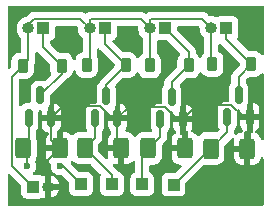
<source format=gbr>
%TF.GenerationSoftware,KiCad,Pcbnew,9.0.0*%
%TF.CreationDate,2025-06-16T15:16:05+05:00*%
%TF.ProjectId,dronemotordriver,64726f6e-656d-46f7-946f-726472697665,rev?*%
%TF.SameCoordinates,Original*%
%TF.FileFunction,Copper,L1,Top*%
%TF.FilePolarity,Positive*%
%FSLAX46Y46*%
G04 Gerber Fmt 4.6, Leading zero omitted, Abs format (unit mm)*
G04 Created by KiCad (PCBNEW 9.0.0) date 2025-06-16 15:16:05*
%MOMM*%
%LPD*%
G01*
G04 APERTURE LIST*
G04 Aperture macros list*
%AMRoundRect*
0 Rectangle with rounded corners*
0 $1 Rounding radius*
0 $2 $3 $4 $5 $6 $7 $8 $9 X,Y pos of 4 corners*
0 Add a 4 corners polygon primitive as box body*
4,1,4,$2,$3,$4,$5,$6,$7,$8,$9,$2,$3,0*
0 Add four circle primitives for the rounded corners*
1,1,$1+$1,$2,$3*
1,1,$1+$1,$4,$5*
1,1,$1+$1,$6,$7*
1,1,$1+$1,$8,$9*
0 Add four rect primitives between the rounded corners*
20,1,$1+$1,$2,$3,$4,$5,0*
20,1,$1+$1,$4,$5,$6,$7,0*
20,1,$1+$1,$6,$7,$8,$9,0*
20,1,$1+$1,$8,$9,$2,$3,0*%
G04 Aperture macros list end*
%TA.AperFunction,SMDPad,CuDef*%
%ADD10RoundRect,0.250000X-0.400000X-0.625000X0.400000X-0.625000X0.400000X0.625000X-0.400000X0.625000X0*%
%TD*%
%TA.AperFunction,SMDPad,CuDef*%
%ADD11RoundRect,0.150000X0.150000X-0.587500X0.150000X0.587500X-0.150000X0.587500X-0.150000X-0.587500X0*%
%TD*%
%TA.AperFunction,ComponentPad*%
%ADD12R,1.000000X1.000000*%
%TD*%
%TA.AperFunction,ComponentPad*%
%ADD13O,1.000000X1.000000*%
%TD*%
%TA.AperFunction,SMDPad,CuDef*%
%ADD14RoundRect,0.225000X-0.225000X-0.375000X0.225000X-0.375000X0.225000X0.375000X-0.225000X0.375000X0*%
%TD*%
%TA.AperFunction,ViaPad*%
%ADD15C,0.600000*%
%TD*%
%TA.AperFunction,Conductor*%
%ADD16C,0.200000*%
%TD*%
G04 APERTURE END LIST*
D10*
%TO.P,R3,1*%
%TO.N,Net-(J8-Pin_1)*%
X120500000Y-97025000D03*
%TO.P,R3,2*%
%TO.N,GND*%
X123600000Y-97025000D03*
%TD*%
%TO.P,R2,1*%
%TO.N,Net-(J7-Pin_1)*%
X115100000Y-97000000D03*
%TO.P,R2,2*%
%TO.N,GND*%
X118200000Y-97000000D03*
%TD*%
D11*
%TO.P,Q2,1,G*%
%TO.N,Net-(J7-Pin_1)*%
X115975000Y-94475000D03*
%TO.P,Q2,2,S*%
%TO.N,GND*%
X117875000Y-94475000D03*
%TO.P,Q2,3,D*%
%TO.N,Net-(D2-A)*%
X116925000Y-92600000D03*
%TD*%
D12*
%TO.P,+5V,1,Pin_1*%
%TO.N,/M+*%
X110700000Y-100275000D03*
D13*
%TO.P,+5V,2,Pin_2*%
%TO.N,GND*%
X111970000Y-100275000D03*
%TD*%
D10*
%TO.P,R1,1*%
%TO.N,Net-(J6-Pin_1)*%
X109875000Y-97025000D03*
%TO.P,R1,2*%
%TO.N,GND*%
X112975000Y-97025000D03*
%TD*%
D12*
%TO.P,J5,1,Pin_1*%
%TO.N,Net-(D4-A)*%
X127095000Y-86850000D03*
D13*
%TO.P,J5,2,Pin_2*%
%TO.N,/M+*%
X125825000Y-86850000D03*
%TD*%
D14*
%TO.P,D2,1,K*%
%TO.N,/M+*%
X115275000Y-89975000D03*
%TO.P,D2,2,A*%
%TO.N,Net-(D2-A)*%
X118575000Y-89975000D03*
%TD*%
D12*
%TO.P,J2,1,Pin_1*%
%TO.N,Net-(D1-A)*%
X111600000Y-86875000D03*
D13*
%TO.P,J2,2,Pin_2*%
%TO.N,/M+*%
X110330000Y-86875000D03*
%TD*%
D14*
%TO.P,D1,1,K*%
%TO.N,/M+*%
X109850000Y-90025000D03*
%TO.P,D1,2,A*%
%TO.N,Net-(D1-A)*%
X113150000Y-90025000D03*
%TD*%
D11*
%TO.P,Q3,1,G*%
%TO.N,Net-(J8-Pin_1)*%
X121500000Y-94525000D03*
%TO.P,Q3,2,S*%
%TO.N,GND*%
X123400000Y-94525000D03*
%TO.P,Q3,3,D*%
%TO.N,Net-(D3-A)*%
X122450000Y-92650000D03*
%TD*%
D12*
%TO.P,J4,1,Pin_1*%
%TO.N,Net-(D3-A)*%
X121895000Y-86875000D03*
D13*
%TO.P,J4,2,Pin_2*%
%TO.N,/M+*%
X120625000Y-86875000D03*
%TD*%
D12*
%TO.P,J3,1,Pin_1*%
%TO.N,Net-(D2-A)*%
X116800000Y-86875000D03*
D13*
%TO.P,J3,2,Pin_2*%
%TO.N,/M+*%
X115530000Y-86875000D03*
%TD*%
D12*
%TO.P,IN1,1,Pin_1*%
%TO.N,Net-(J6-Pin_1)*%
X114800000Y-100050000D03*
%TD*%
D14*
%TO.P,D3,1,K*%
%TO.N,/M+*%
X120600000Y-90000000D03*
%TO.P,D3,2,A*%
%TO.N,Net-(D3-A)*%
X123900000Y-90000000D03*
%TD*%
D10*
%TO.P,R4,1*%
%TO.N,Net-(J9-Pin_1)*%
X125775000Y-97050000D03*
%TO.P,R4,2*%
%TO.N,GND*%
X128875000Y-97050000D03*
%TD*%
D12*
%TO.P,IN3,1,Pin_1*%
%TO.N,Net-(J8-Pin_1)*%
X119975000Y-100075000D03*
%TD*%
%TO.P,IN4,1,Pin_1*%
%TO.N,Net-(J9-Pin_1)*%
X122625000Y-100100000D03*
%TD*%
D11*
%TO.P,Q4,1,G*%
%TO.N,Net-(J9-Pin_1)*%
X127175000Y-94375000D03*
%TO.P,Q4,2,S*%
%TO.N,GND*%
X129075000Y-94375000D03*
%TO.P,Q4,3,D*%
%TO.N,Net-(D4-A)*%
X128125000Y-92500000D03*
%TD*%
D12*
%TO.P,J7,1,Pin_1*%
%TO.N,Net-(J7-Pin_1)*%
X117400000Y-100050000D03*
%TD*%
D11*
%TO.P,Q1,1,G*%
%TO.N,Net-(J6-Pin_1)*%
X110375000Y-94425000D03*
%TO.P,Q1,2,S*%
%TO.N,GND*%
X112275000Y-94425000D03*
%TO.P,Q1,3,D*%
%TO.N,Net-(D1-A)*%
X111325000Y-92550000D03*
%TD*%
D14*
%TO.P,D4,1,K*%
%TO.N,/M+*%
X125900000Y-89900000D03*
%TO.P,D4,2,A*%
%TO.N,Net-(D4-A)*%
X129200000Y-89900000D03*
%TD*%
D15*
%TO.N,Net-(J6-Pin_1)*%
X113025000Y-98525000D03*
X110175000Y-98525000D03*
%TD*%
D16*
%TO.N,Net-(D1-A)*%
X111600000Y-86875000D02*
X111600000Y-88475000D01*
X111600000Y-88475000D02*
X113150000Y-90025000D01*
X113150000Y-90725000D02*
X113150000Y-90025000D01*
X111325000Y-92550000D02*
X113150000Y-90725000D01*
%TO.N,/M+*%
X125049000Y-86074000D02*
X120718894Y-86074000D01*
X120625000Y-89975000D02*
X120600000Y-90000000D01*
X110330000Y-86543000D02*
X110799000Y-86074000D01*
X125825000Y-86850000D02*
X125825000Y-89825000D01*
X115530000Y-89720000D02*
X115275000Y-89975000D01*
X115530000Y-86875000D02*
X115530000Y-89720000D01*
X120625000Y-86167894D02*
X120625000Y-86875000D01*
X108924000Y-98499000D02*
X110700000Y-100275000D01*
X120625000Y-86875000D02*
X119824000Y-86074000D01*
X125825000Y-89825000D02*
X125900000Y-89900000D01*
X119824000Y-86074000D02*
X115623894Y-86074000D01*
X120625000Y-86875000D02*
X120625000Y-89975000D01*
X110330000Y-86875000D02*
X110330000Y-89545000D01*
X110330000Y-86875000D02*
X110330000Y-86543000D01*
X110330000Y-89545000D02*
X109850000Y-90025000D01*
X115530000Y-86167894D02*
X115530000Y-86875000D01*
X120718894Y-86074000D02*
X120625000Y-86167894D01*
X115623894Y-86074000D02*
X115530000Y-86167894D01*
X110799000Y-86074000D02*
X114729000Y-86074000D01*
X108924000Y-90951000D02*
X108924000Y-98499000D01*
X114729000Y-86074000D02*
X115530000Y-86875000D01*
X125825000Y-86850000D02*
X125049000Y-86074000D01*
X109850000Y-90025000D02*
X108924000Y-90951000D01*
%TO.N,Net-(D2-A)*%
X116800000Y-88200000D02*
X118575000Y-89975000D01*
X116800000Y-86875000D02*
X116800000Y-88200000D01*
X116925000Y-92600000D02*
X116925000Y-91625000D01*
X116925000Y-91625000D02*
X118575000Y-89975000D01*
%TO.N,Net-(D3-A)*%
X122450000Y-92650000D02*
X122450000Y-91450000D01*
X123900000Y-90000000D02*
X123900000Y-88880000D01*
X123900000Y-88880000D02*
X121895000Y-86875000D01*
X122450000Y-91450000D02*
X123900000Y-90000000D01*
%TO.N,Net-(D4-A)*%
X128125000Y-92500000D02*
X128125000Y-90975000D01*
X127095000Y-87795000D02*
X129200000Y-89900000D01*
X127095000Y-86850000D02*
X127095000Y-87795000D01*
X128125000Y-90975000D02*
X129200000Y-89900000D01*
%TO.N,GND*%
X117420532Y-94475000D02*
X116382032Y-93436500D01*
X117875000Y-94475000D02*
X117875000Y-96675000D01*
X123400000Y-94525000D02*
X122945532Y-94525000D01*
X129075000Y-94375000D02*
X128554468Y-94375000D01*
X127515968Y-93336500D02*
X124588500Y-93336500D01*
X111970000Y-98030000D02*
X112975000Y-97025000D01*
X124588500Y-93336500D02*
X123400000Y-94525000D01*
X118863500Y-93486500D02*
X117875000Y-94475000D01*
X122945532Y-94525000D02*
X121907032Y-93486500D01*
X123400000Y-96825000D02*
X123600000Y-97025000D01*
X128554468Y-94375000D02*
X127515968Y-93336500D01*
X117875000Y-96675000D02*
X118200000Y-97000000D01*
X111970000Y-100275000D02*
X111970000Y-98030000D01*
X129075000Y-94375000D02*
X129075000Y-96850000D01*
X123400000Y-94525000D02*
X123400000Y-96825000D01*
X113263500Y-93436500D02*
X112275000Y-94425000D01*
X112275000Y-94425000D02*
X112275000Y-96325000D01*
X112275000Y-96325000D02*
X112975000Y-97025000D01*
X116382032Y-93436500D02*
X113263500Y-93436500D01*
X117875000Y-94475000D02*
X117420532Y-94475000D01*
X121907032Y-93486500D02*
X118863500Y-93486500D01*
X129075000Y-96850000D02*
X128875000Y-97050000D01*
%TO.N,Net-(J6-Pin_1)*%
X110375000Y-96525000D02*
X109875000Y-97025000D01*
X114800000Y-100050000D02*
X113275000Y-98525000D01*
X110175000Y-97325000D02*
X109875000Y-97025000D01*
X110175000Y-98525000D02*
X110175000Y-97325000D01*
X113275000Y-98525000D02*
X113025000Y-98525000D01*
X110375000Y-94425000D02*
X110375000Y-96525000D01*
%TO.N,Net-(J7-Pin_1)*%
X115975000Y-94475000D02*
X115975000Y-96125000D01*
X117400000Y-100050000D02*
X117400000Y-99300000D01*
X117400000Y-99300000D02*
X115100000Y-97000000D01*
X115975000Y-96125000D02*
X115100000Y-97000000D01*
%TO.N,Net-(J8-Pin_1)*%
X119975000Y-97550000D02*
X120500000Y-97025000D01*
X119975000Y-100075000D02*
X119975000Y-97550000D01*
X121500000Y-96025000D02*
X120500000Y-97025000D01*
X121500000Y-94525000D02*
X121500000Y-96025000D01*
%TO.N,Net-(J9-Pin_1)*%
X127175000Y-94375000D02*
X127175000Y-95650000D01*
X125675000Y-97050000D02*
X125775000Y-97050000D01*
X127175000Y-95650000D02*
X125775000Y-97050000D01*
X122625000Y-100100000D02*
X125675000Y-97050000D01*
%TD*%
%TA.AperFunction,Conductor*%
%TO.N,GND*%
G36*
X122061941Y-87895184D02*
G01*
X122082583Y-87911818D01*
X123134695Y-88963930D01*
X123168180Y-89025253D01*
X123163196Y-89094945D01*
X123134696Y-89139291D01*
X123102032Y-89171954D01*
X123102029Y-89171959D01*
X123013001Y-89316294D01*
X123012996Y-89316305D01*
X122959651Y-89477290D01*
X122949500Y-89576647D01*
X122949500Y-90049901D01*
X122929815Y-90116940D01*
X122913181Y-90137582D01*
X122081286Y-90969478D01*
X121969481Y-91081282D01*
X121969479Y-91081285D01*
X121962302Y-91093716D01*
X121932994Y-91144480D01*
X121890423Y-91218215D01*
X121849499Y-91370943D01*
X121849499Y-91370945D01*
X121849499Y-91539046D01*
X121849500Y-91539059D01*
X121849500Y-91541691D01*
X121829815Y-91608730D01*
X121813181Y-91629372D01*
X121781923Y-91660629D01*
X121781917Y-91660637D01*
X121698255Y-91802103D01*
X121698254Y-91802106D01*
X121652402Y-91959926D01*
X121652401Y-91959932D01*
X121649500Y-91996798D01*
X121649500Y-93163000D01*
X121629815Y-93230039D01*
X121577011Y-93275794D01*
X121525500Y-93287000D01*
X121284298Y-93287000D01*
X121247432Y-93289901D01*
X121247426Y-93289902D01*
X121089606Y-93335754D01*
X121089603Y-93335755D01*
X120948137Y-93419417D01*
X120948129Y-93419423D01*
X120831923Y-93535629D01*
X120831917Y-93535637D01*
X120748255Y-93677103D01*
X120748254Y-93677106D01*
X120702402Y-93834926D01*
X120702401Y-93834932D01*
X120699500Y-93871798D01*
X120699500Y-95178201D01*
X120702401Y-95215067D01*
X120702402Y-95215073D01*
X120748254Y-95372893D01*
X120748254Y-95372894D01*
X120748255Y-95372896D01*
X120748256Y-95372898D01*
X120761697Y-95395626D01*
X120801175Y-95462380D01*
X120818357Y-95530104D01*
X120796196Y-95596366D01*
X120741730Y-95640129D01*
X120694442Y-95649500D01*
X120049998Y-95649500D01*
X120049980Y-95649501D01*
X119947203Y-95660000D01*
X119947200Y-95660001D01*
X119780668Y-95715185D01*
X119780663Y-95715187D01*
X119631342Y-95807289D01*
X119507288Y-95931343D01*
X119507285Y-95931347D01*
X119462954Y-96003219D01*
X119411006Y-96049944D01*
X119342044Y-96061165D01*
X119277962Y-96033322D01*
X119251877Y-96003219D01*
X119192315Y-95906654D01*
X119068345Y-95782684D01*
X118919124Y-95690643D01*
X118919119Y-95690641D01*
X118752697Y-95635494D01*
X118752690Y-95635493D01*
X118651803Y-95625186D01*
X118587111Y-95598790D01*
X118546960Y-95541609D01*
X118544097Y-95471798D01*
X118557674Y-95438707D01*
X118626282Y-95322696D01*
X118626283Y-95322693D01*
X118672099Y-95164995D01*
X118672100Y-95164989D01*
X118674999Y-95128149D01*
X118675000Y-95128134D01*
X118675000Y-94725000D01*
X117075000Y-94725000D01*
X117075000Y-95128149D01*
X117077899Y-95164989D01*
X117077900Y-95164995D01*
X117123716Y-95322693D01*
X117123717Y-95322696D01*
X117207314Y-95464052D01*
X117207321Y-95464061D01*
X117323438Y-95580178D01*
X117329607Y-95584963D01*
X117327964Y-95587080D01*
X117366844Y-95628709D01*
X117379357Y-95697449D01*
X117352719Y-95762042D01*
X117332972Y-95781641D01*
X117331661Y-95782677D01*
X117207684Y-95906654D01*
X117115643Y-96055875D01*
X117115641Y-96055880D01*
X117060494Y-96222302D01*
X117060493Y-96222309D01*
X117050000Y-96325013D01*
X117050000Y-96750000D01*
X118076000Y-96750000D01*
X118143039Y-96769685D01*
X118188794Y-96822489D01*
X118200000Y-96874000D01*
X118200000Y-97000000D01*
X118326000Y-97000000D01*
X118393039Y-97019685D01*
X118438794Y-97072489D01*
X118450000Y-97124000D01*
X118450000Y-98374999D01*
X118649972Y-98374999D01*
X118649986Y-98374998D01*
X118752697Y-98364505D01*
X118919119Y-98309358D01*
X118919124Y-98309356D01*
X119068345Y-98217315D01*
X119162819Y-98122842D01*
X119224142Y-98089357D01*
X119293834Y-98094341D01*
X119349767Y-98136213D01*
X119374184Y-98201677D01*
X119374500Y-98210523D01*
X119374500Y-98992209D01*
X119354815Y-99059248D01*
X119302011Y-99105003D01*
X119293833Y-99108391D01*
X119232671Y-99131202D01*
X119232664Y-99131206D01*
X119117455Y-99217452D01*
X119117452Y-99217455D01*
X119031206Y-99332664D01*
X119031202Y-99332671D01*
X118980908Y-99467517D01*
X118977187Y-99502135D01*
X118974501Y-99527123D01*
X118974500Y-99527135D01*
X118974500Y-100622870D01*
X118974501Y-100622876D01*
X118980908Y-100682483D01*
X119031202Y-100817328D01*
X119031206Y-100817335D01*
X119117452Y-100932544D01*
X119117455Y-100932547D01*
X119232664Y-101018793D01*
X119232671Y-101018797D01*
X119367517Y-101069091D01*
X119367516Y-101069091D01*
X119374444Y-101069835D01*
X119427127Y-101075500D01*
X120522872Y-101075499D01*
X120582483Y-101069091D01*
X120717331Y-101018796D01*
X120832546Y-100932546D01*
X120918796Y-100817331D01*
X120969091Y-100682483D01*
X120975500Y-100622873D01*
X120975499Y-99527128D01*
X120969091Y-99467517D01*
X120959766Y-99442516D01*
X120918797Y-99332671D01*
X120918793Y-99332664D01*
X120832547Y-99217455D01*
X120832544Y-99217452D01*
X120717335Y-99131206D01*
X120717328Y-99131202D01*
X120656167Y-99108391D01*
X120600233Y-99066520D01*
X120575816Y-99001056D01*
X120575500Y-98992209D01*
X120575500Y-98524499D01*
X120595185Y-98457460D01*
X120647989Y-98411705D01*
X120699500Y-98400499D01*
X120950002Y-98400499D01*
X120950008Y-98400499D01*
X121052797Y-98389999D01*
X121219334Y-98334814D01*
X121368656Y-98242712D01*
X121492712Y-98118656D01*
X121584814Y-97969334D01*
X121639999Y-97802797D01*
X121650500Y-97700009D01*
X121650499Y-96775097D01*
X121670183Y-96708059D01*
X121686818Y-96687417D01*
X121768715Y-96605520D01*
X121980520Y-96393716D01*
X122005752Y-96350013D01*
X122450000Y-96350013D01*
X122450000Y-96775000D01*
X123350000Y-96775000D01*
X123350000Y-95892500D01*
X123274000Y-95892500D01*
X123206961Y-95872815D01*
X123161206Y-95820011D01*
X123150000Y-95768500D01*
X123150000Y-94775000D01*
X122600000Y-94775000D01*
X122600000Y-95178149D01*
X122602899Y-95214989D01*
X122602900Y-95214995D01*
X122648716Y-95372693D01*
X122648717Y-95372696D01*
X122732314Y-95514052D01*
X122732321Y-95514061D01*
X122802782Y-95584522D01*
X122836267Y-95645845D01*
X122831283Y-95715537D01*
X122789411Y-95771470D01*
X122780199Y-95777741D01*
X122731656Y-95807682D01*
X122607684Y-95931654D01*
X122515643Y-96080875D01*
X122515641Y-96080880D01*
X122460494Y-96247302D01*
X122460493Y-96247309D01*
X122450000Y-96350013D01*
X122005752Y-96350013D01*
X122059577Y-96256784D01*
X122100501Y-96104057D01*
X122100501Y-95945942D01*
X122100501Y-95938347D01*
X122100500Y-95938329D01*
X122100500Y-95633308D01*
X122120185Y-95566269D01*
X122136820Y-95545626D01*
X122168076Y-95514370D01*
X122168081Y-95514365D01*
X122251744Y-95372898D01*
X122285505Y-95256691D01*
X122297597Y-95215073D01*
X122297598Y-95215067D01*
X122300499Y-95178201D01*
X122300500Y-95178194D01*
X122300500Y-94012000D01*
X122303050Y-94003314D01*
X122301762Y-93994353D01*
X122312740Y-93970312D01*
X122320185Y-93944961D01*
X122327025Y-93939033D01*
X122330787Y-93930797D01*
X122353021Y-93916507D01*
X122372989Y-93899206D01*
X122383503Y-93896918D01*
X122389565Y-93893023D01*
X122424500Y-93888000D01*
X122476000Y-93888000D01*
X122543039Y-93907685D01*
X122588794Y-93960489D01*
X122600000Y-94012000D01*
X122600000Y-94275000D01*
X123150000Y-94275000D01*
X123650000Y-94275000D01*
X124200000Y-94275000D01*
X124200000Y-93871865D01*
X124199999Y-93871850D01*
X124197100Y-93835010D01*
X124197099Y-93835004D01*
X124151283Y-93677306D01*
X124151282Y-93677303D01*
X124067685Y-93535947D01*
X124067678Y-93535938D01*
X123951561Y-93419821D01*
X123951552Y-93419814D01*
X123810196Y-93336217D01*
X123810193Y-93336216D01*
X123652494Y-93290400D01*
X123652497Y-93290400D01*
X123650000Y-93290203D01*
X123650000Y-94275000D01*
X123150000Y-94275000D01*
X123150000Y-93619314D01*
X123167267Y-93556194D01*
X123201744Y-93497898D01*
X123239072Y-93369417D01*
X123247597Y-93340073D01*
X123247598Y-93340067D01*
X123247937Y-93335756D01*
X123250500Y-93303194D01*
X123250500Y-91996806D01*
X123247598Y-91959931D01*
X123243782Y-91946798D01*
X123204019Y-91809932D01*
X123201744Y-91802102D01*
X123161170Y-91733495D01*
X123156086Y-91724898D01*
X123138903Y-91657174D01*
X123161063Y-91590911D01*
X123175131Y-91574102D01*
X123612416Y-91136818D01*
X123673739Y-91103333D01*
X123700097Y-91100499D01*
X124173338Y-91100499D01*
X124173344Y-91100499D01*
X124173352Y-91100498D01*
X124173355Y-91100498D01*
X124227760Y-91094940D01*
X124272708Y-91090349D01*
X124433697Y-91037003D01*
X124578044Y-90947968D01*
X124697968Y-90828044D01*
X124787003Y-90683697D01*
X124803895Y-90632718D01*
X124843667Y-90575274D01*
X124908183Y-90548450D01*
X124976959Y-90560765D01*
X125027139Y-90606625D01*
X125102029Y-90728040D01*
X125102032Y-90728044D01*
X125221955Y-90847967D01*
X125221959Y-90847970D01*
X125366294Y-90936998D01*
X125366297Y-90936999D01*
X125366303Y-90937003D01*
X125527292Y-90990349D01*
X125626655Y-91000500D01*
X126173344Y-91000499D01*
X126173352Y-91000498D01*
X126173355Y-91000498D01*
X126227760Y-90994940D01*
X126272708Y-90990349D01*
X126433697Y-90937003D01*
X126578044Y-90847968D01*
X126697968Y-90728044D01*
X126787003Y-90583697D01*
X126840349Y-90422708D01*
X126850500Y-90323345D01*
X126850499Y-89476656D01*
X126840349Y-89377292D01*
X126787003Y-89216303D01*
X126786999Y-89216297D01*
X126786998Y-89216294D01*
X126697970Y-89071959D01*
X126697967Y-89071955D01*
X126578043Y-88952031D01*
X126484402Y-88894272D01*
X126437678Y-88842324D01*
X126425500Y-88788734D01*
X126425500Y-88274098D01*
X126431738Y-88252852D01*
X126433318Y-88230765D01*
X126441390Y-88219981D01*
X126445185Y-88207059D01*
X126461916Y-88192560D01*
X126475189Y-88174831D01*
X126487811Y-88170123D01*
X126497989Y-88161304D01*
X126519904Y-88158152D01*
X126540653Y-88150414D01*
X126553814Y-88153276D01*
X126567147Y-88151360D01*
X126587288Y-88160558D01*
X126608926Y-88165265D01*
X126626652Y-88178535D01*
X126630703Y-88180385D01*
X126637166Y-88186402D01*
X126726284Y-88275520D01*
X126726286Y-88275521D01*
X128213182Y-89762418D01*
X128246666Y-89823739D01*
X128249500Y-89850097D01*
X128249500Y-89949901D01*
X128229815Y-90016940D01*
X128213181Y-90037582D01*
X127759295Y-90491468D01*
X127759288Y-90491475D01*
X127756286Y-90494478D01*
X127756284Y-90494480D01*
X127644480Y-90606284D01*
X127621584Y-90645942D01*
X127615572Y-90656354D01*
X127615572Y-90656355D01*
X127585348Y-90708705D01*
X127565423Y-90743215D01*
X127524499Y-90895943D01*
X127524499Y-90895945D01*
X127524499Y-91064046D01*
X127524500Y-91064059D01*
X127524500Y-91391691D01*
X127504815Y-91458730D01*
X127488181Y-91479372D01*
X127456923Y-91510629D01*
X127456917Y-91510637D01*
X127373255Y-91652103D01*
X127373254Y-91652106D01*
X127327402Y-91809926D01*
X127327401Y-91809932D01*
X127324500Y-91846798D01*
X127324500Y-93013000D01*
X127304815Y-93080039D01*
X127252011Y-93125794D01*
X127200500Y-93137000D01*
X126959298Y-93137000D01*
X126922432Y-93139901D01*
X126922426Y-93139902D01*
X126764606Y-93185754D01*
X126764603Y-93185755D01*
X126623137Y-93269417D01*
X126623129Y-93269423D01*
X126506923Y-93385629D01*
X126506917Y-93385637D01*
X126423255Y-93527103D01*
X126423254Y-93527106D01*
X126377402Y-93684926D01*
X126377401Y-93684932D01*
X126374500Y-93721798D01*
X126374500Y-95028201D01*
X126377401Y-95065067D01*
X126377402Y-95065073D01*
X126423254Y-95222893D01*
X126423255Y-95222896D01*
X126496784Y-95347228D01*
X126503786Y-95374828D01*
X126513736Y-95401503D01*
X126512267Y-95408253D01*
X126513967Y-95414952D01*
X126504935Y-95441958D01*
X126498884Y-95469776D01*
X126493007Y-95477626D01*
X126491807Y-95481215D01*
X126477733Y-95498030D01*
X126335861Y-95639902D01*
X126274538Y-95673387D01*
X126235582Y-95675579D01*
X126225028Y-95674501D01*
X126225012Y-95674500D01*
X126225009Y-95674500D01*
X126225003Y-95674500D01*
X125324998Y-95674500D01*
X125324980Y-95674501D01*
X125222203Y-95685000D01*
X125222200Y-95685001D01*
X125055668Y-95740185D01*
X125055663Y-95740187D01*
X124906345Y-95832287D01*
X124785099Y-95953533D01*
X124723776Y-95987017D01*
X124654084Y-95982033D01*
X124598151Y-95940161D01*
X124592641Y-95932066D01*
X124592316Y-95931655D01*
X124468345Y-95807684D01*
X124319124Y-95715643D01*
X124319119Y-95715641D01*
X124155248Y-95661340D01*
X124097803Y-95621567D01*
X124070980Y-95557052D01*
X124083295Y-95488276D01*
X124087520Y-95480513D01*
X124151282Y-95372696D01*
X124151283Y-95372693D01*
X124197099Y-95214995D01*
X124197100Y-95214989D01*
X124199999Y-95178149D01*
X124200000Y-95178134D01*
X124200000Y-94775000D01*
X123650000Y-94775000D01*
X123650000Y-95520000D01*
X123726000Y-95520000D01*
X123793039Y-95539685D01*
X123838794Y-95592489D01*
X123850000Y-95644000D01*
X123850000Y-96901000D01*
X123830315Y-96968039D01*
X123777511Y-97013794D01*
X123726000Y-97025000D01*
X123600000Y-97025000D01*
X123600000Y-97151000D01*
X123580315Y-97218039D01*
X123527511Y-97263794D01*
X123476000Y-97275000D01*
X122450001Y-97275000D01*
X122450001Y-97699986D01*
X122460494Y-97802697D01*
X122515641Y-97969119D01*
X122515643Y-97969124D01*
X122607684Y-98118345D01*
X122731654Y-98242315D01*
X122880875Y-98334356D01*
X122880880Y-98334358D01*
X123047302Y-98389505D01*
X123047309Y-98389506D01*
X123150018Y-98399999D01*
X123176397Y-98399999D01*
X123243437Y-98419681D01*
X123289194Y-98472484D01*
X123299139Y-98541642D01*
X123270117Y-98605199D01*
X123264082Y-98611680D01*
X122812582Y-99063181D01*
X122751259Y-99096666D01*
X122724901Y-99099500D01*
X122077129Y-99099500D01*
X122077123Y-99099501D01*
X122017516Y-99105908D01*
X121882671Y-99156202D01*
X121882664Y-99156206D01*
X121767455Y-99242452D01*
X121767452Y-99242455D01*
X121681206Y-99357664D01*
X121681202Y-99357671D01*
X121630908Y-99492517D01*
X121624501Y-99552116D01*
X121624500Y-99552135D01*
X121624500Y-100647870D01*
X121624501Y-100647876D01*
X121630908Y-100707483D01*
X121681202Y-100842328D01*
X121681206Y-100842335D01*
X121767452Y-100957544D01*
X121767455Y-100957547D01*
X121882664Y-101043793D01*
X121882671Y-101043797D01*
X122017517Y-101094091D01*
X122017516Y-101094091D01*
X122024444Y-101094835D01*
X122077127Y-101100500D01*
X123172872Y-101100499D01*
X123232483Y-101094091D01*
X123367331Y-101043796D01*
X123482546Y-100957546D01*
X123568796Y-100842331D01*
X123619091Y-100707483D01*
X123625500Y-100647873D01*
X123625499Y-100000095D01*
X123645183Y-99933057D01*
X123661813Y-99912420D01*
X125123408Y-98450825D01*
X125184729Y-98417342D01*
X125223684Y-98415150D01*
X125324991Y-98425500D01*
X126225008Y-98425499D01*
X126225016Y-98425498D01*
X126225019Y-98425498D01*
X126304860Y-98417342D01*
X126327797Y-98414999D01*
X126494334Y-98359814D01*
X126643656Y-98267712D01*
X126767712Y-98143656D01*
X126859814Y-97994334D01*
X126914999Y-97827797D01*
X126925500Y-97725009D01*
X126925500Y-97724986D01*
X127725001Y-97724986D01*
X127735494Y-97827697D01*
X127790641Y-97994119D01*
X127790643Y-97994124D01*
X127882684Y-98143345D01*
X128006654Y-98267315D01*
X128155875Y-98359356D01*
X128155880Y-98359358D01*
X128322302Y-98414505D01*
X128322309Y-98414506D01*
X128425019Y-98424999D01*
X128624999Y-98424999D01*
X128625000Y-98424998D01*
X128625000Y-97300000D01*
X127725001Y-97300000D01*
X127725001Y-97724986D01*
X126925500Y-97724986D01*
X126925499Y-96800095D01*
X126945184Y-96733057D01*
X126961813Y-96712420D01*
X127530848Y-96143385D01*
X127592169Y-96109902D01*
X127661861Y-96114886D01*
X127717794Y-96156758D01*
X127742211Y-96222222D01*
X127736786Y-96265662D01*
X127736911Y-96265689D01*
X127736603Y-96267124D01*
X127736237Y-96270060D01*
X127735496Y-96272296D01*
X127735493Y-96272309D01*
X127725000Y-96375013D01*
X127725000Y-96800000D01*
X128625000Y-96800000D01*
X128625000Y-95669000D01*
X128644685Y-95601961D01*
X128697489Y-95556206D01*
X128749000Y-95545000D01*
X128825000Y-95545000D01*
X128825000Y-94625000D01*
X128275000Y-94625000D01*
X128275000Y-95028149D01*
X128277899Y-95064989D01*
X128277900Y-95064995D01*
X128323716Y-95222693D01*
X128323717Y-95222696D01*
X128407314Y-95364052D01*
X128407321Y-95364061D01*
X128506723Y-95463463D01*
X128540208Y-95524786D01*
X128535224Y-95594478D01*
X128493352Y-95650411D01*
X128427888Y-95674828D01*
X128425374Y-95674982D01*
X128425039Y-95674999D01*
X128322302Y-95685494D01*
X128155880Y-95740641D01*
X128155875Y-95740643D01*
X128006656Y-95832682D01*
X127980191Y-95859148D01*
X127918867Y-95892632D01*
X127849176Y-95887646D01*
X127793243Y-95845774D01*
X127768827Y-95780309D01*
X127768581Y-95767304D01*
X127769057Y-95753102D01*
X127775501Y-95729057D01*
X127775501Y-95570943D01*
X127775500Y-95570939D01*
X127775500Y-95483308D01*
X127795185Y-95416269D01*
X127811820Y-95395626D01*
X127843076Y-95364370D01*
X127843081Y-95364365D01*
X127926744Y-95222898D01*
X127972598Y-95065069D01*
X127975500Y-95028194D01*
X127975500Y-93862000D01*
X127978050Y-93853314D01*
X127976762Y-93844353D01*
X127987740Y-93820312D01*
X127995185Y-93794961D01*
X128002025Y-93789033D01*
X128005787Y-93780797D01*
X128028021Y-93766507D01*
X128047989Y-93749206D01*
X128058503Y-93746918D01*
X128064565Y-93743023D01*
X128099500Y-93738000D01*
X128151000Y-93738000D01*
X128218039Y-93757685D01*
X128263794Y-93810489D01*
X128275000Y-93862000D01*
X128275000Y-94125000D01*
X128825000Y-94125000D01*
X129325000Y-94125000D01*
X129875000Y-94125000D01*
X129875000Y-93721865D01*
X129874999Y-93721850D01*
X129872100Y-93685010D01*
X129872099Y-93685004D01*
X129826283Y-93527306D01*
X129826282Y-93527303D01*
X129742685Y-93385947D01*
X129742678Y-93385938D01*
X129626561Y-93269821D01*
X129626552Y-93269814D01*
X129485196Y-93186217D01*
X129485193Y-93186216D01*
X129327494Y-93140400D01*
X129327497Y-93140400D01*
X129325000Y-93140203D01*
X129325000Y-94125000D01*
X128825000Y-94125000D01*
X128825000Y-93469314D01*
X128842267Y-93406194D01*
X128876744Y-93347898D01*
X128922598Y-93190069D01*
X128925500Y-93153194D01*
X128925500Y-91846806D01*
X128922598Y-91809931D01*
X128920323Y-91802102D01*
X128879221Y-91660629D01*
X128876744Y-91652102D01*
X128793081Y-91510635D01*
X128793079Y-91510633D01*
X128793076Y-91510629D01*
X128761819Y-91479372D01*
X128747115Y-91452444D01*
X128730523Y-91426626D01*
X128729631Y-91420425D01*
X128728334Y-91418049D01*
X128725500Y-91391691D01*
X128725500Y-91275096D01*
X128745185Y-91208057D01*
X128761815Y-91187419D01*
X128912416Y-91036817D01*
X128973739Y-91003333D01*
X129000097Y-91000499D01*
X129473338Y-91000499D01*
X129473344Y-91000499D01*
X129473352Y-91000498D01*
X129473355Y-91000498D01*
X129527760Y-90994940D01*
X129572708Y-90990349D01*
X129733697Y-90937003D01*
X129878044Y-90847968D01*
X129997968Y-90728044D01*
X130019962Y-90692385D01*
X130071909Y-90645663D01*
X130140872Y-90634440D01*
X130204954Y-90662284D01*
X130243810Y-90720353D01*
X130249500Y-90757484D01*
X130249500Y-96213043D01*
X130229815Y-96280082D01*
X130177011Y-96325837D01*
X130107853Y-96335781D01*
X130044297Y-96306756D01*
X130007794Y-96252047D01*
X129959358Y-96105880D01*
X129959356Y-96105875D01*
X129867315Y-95956654D01*
X129743345Y-95832684D01*
X129594124Y-95740643D01*
X129594111Y-95740637D01*
X129591318Y-95739712D01*
X129589653Y-95738559D01*
X129587579Y-95737592D01*
X129587744Y-95737237D01*
X129533877Y-95699935D01*
X129507060Y-95635416D01*
X129519381Y-95566642D01*
X129566929Y-95515446D01*
X129567213Y-95515277D01*
X129626555Y-95480182D01*
X129626561Y-95480178D01*
X129742678Y-95364061D01*
X129742685Y-95364052D01*
X129826282Y-95222696D01*
X129826283Y-95222693D01*
X129872099Y-95064995D01*
X129872100Y-95064989D01*
X129874999Y-95028149D01*
X129875000Y-95028134D01*
X129875000Y-94625000D01*
X129325000Y-94625000D01*
X129325000Y-95618500D01*
X129305315Y-95685539D01*
X129252511Y-95731294D01*
X129201000Y-95742500D01*
X129125000Y-95742500D01*
X129125000Y-98424999D01*
X129324972Y-98424999D01*
X129324986Y-98424998D01*
X129427697Y-98414505D01*
X129594119Y-98359358D01*
X129594124Y-98359356D01*
X129743345Y-98267315D01*
X129867315Y-98143345D01*
X129959356Y-97994124D01*
X129959358Y-97994119D01*
X130007794Y-97847950D01*
X130047566Y-97790505D01*
X130112082Y-97763682D01*
X130180858Y-97775997D01*
X130232058Y-97823540D01*
X130249500Y-97886954D01*
X130249500Y-101763000D01*
X130229815Y-101830039D01*
X130177011Y-101875794D01*
X130125500Y-101887000D01*
X108699500Y-101887000D01*
X108632461Y-101867315D01*
X108586706Y-101814511D01*
X108575500Y-101763000D01*
X108575500Y-99299097D01*
X108595185Y-99232058D01*
X108647989Y-99186303D01*
X108717147Y-99176359D01*
X108780703Y-99205384D01*
X108787181Y-99211416D01*
X109663181Y-100087416D01*
X109696666Y-100148739D01*
X109699500Y-100175097D01*
X109699500Y-100822870D01*
X109699501Y-100822876D01*
X109705908Y-100882483D01*
X109756202Y-101017328D01*
X109756206Y-101017335D01*
X109842452Y-101132544D01*
X109842455Y-101132547D01*
X109957664Y-101218793D01*
X109957671Y-101218797D01*
X110092517Y-101269091D01*
X110092516Y-101269091D01*
X110099444Y-101269835D01*
X110152127Y-101275500D01*
X111247872Y-101275499D01*
X111307483Y-101269091D01*
X111442331Y-101218796D01*
X111454575Y-101209629D01*
X111520035Y-101185210D01*
X111576339Y-101194333D01*
X111678308Y-101236569D01*
X111720000Y-101244862D01*
X112220000Y-101244862D01*
X112261690Y-101236569D01*
X112261692Y-101236569D01*
X112443671Y-101161192D01*
X112443684Y-101161185D01*
X112607462Y-101051751D01*
X112607466Y-101051748D01*
X112746748Y-100912466D01*
X112746751Y-100912462D01*
X112856185Y-100748684D01*
X112856192Y-100748671D01*
X112931569Y-100566692D01*
X112931569Y-100566690D01*
X112939862Y-100525000D01*
X112220000Y-100525000D01*
X112220000Y-101244862D01*
X111720000Y-101244862D01*
X111720000Y-100484618D01*
X111770446Y-100535064D01*
X111844555Y-100577851D01*
X111927213Y-100600000D01*
X112012787Y-100600000D01*
X112095445Y-100577851D01*
X112169554Y-100535064D01*
X112230064Y-100474554D01*
X112272851Y-100400445D01*
X112295000Y-100317787D01*
X112295000Y-100232213D01*
X112272851Y-100149555D01*
X112230064Y-100075446D01*
X112179618Y-100025000D01*
X112220000Y-100025000D01*
X112939862Y-100025000D01*
X112931569Y-99983309D01*
X112931569Y-99983307D01*
X112856192Y-99801328D01*
X112856185Y-99801315D01*
X112746751Y-99637537D01*
X112746748Y-99637533D01*
X112607466Y-99498251D01*
X112607460Y-99498246D01*
X112554870Y-99463106D01*
X112411432Y-99375453D01*
X112261691Y-99313429D01*
X112261683Y-99313427D01*
X112220000Y-99305135D01*
X112220000Y-100025000D01*
X112179618Y-100025000D01*
X112169554Y-100014936D01*
X112095445Y-99972149D01*
X112012787Y-99950000D01*
X111927213Y-99950000D01*
X111844555Y-99972149D01*
X111770446Y-100014936D01*
X111720000Y-100065382D01*
X111720000Y-99305136D01*
X111719999Y-99305135D01*
X111678316Y-99313427D01*
X111576339Y-99355666D01*
X111506870Y-99363133D01*
X111454578Y-99340372D01*
X111442330Y-99331203D01*
X111442328Y-99331202D01*
X111307482Y-99280908D01*
X111307483Y-99280908D01*
X111247883Y-99274501D01*
X111247881Y-99274500D01*
X111247873Y-99274500D01*
X111247865Y-99274500D01*
X110856941Y-99274500D01*
X110789902Y-99254815D01*
X110744147Y-99202011D01*
X110734203Y-99132853D01*
X110763228Y-99069297D01*
X110769260Y-99062819D01*
X110796786Y-99035292D01*
X110796789Y-99035289D01*
X110884394Y-98904179D01*
X110944737Y-98758497D01*
X110975500Y-98603842D01*
X110975500Y-98446158D01*
X110975500Y-98446157D01*
X110975500Y-98446155D01*
X110975499Y-98446153D01*
X110966418Y-98400499D01*
X110944737Y-98291503D01*
X110895224Y-98171969D01*
X110887756Y-98102501D01*
X110904248Y-98059421D01*
X110944527Y-97994119D01*
X110959814Y-97969334D01*
X111014999Y-97802797D01*
X111025500Y-97700009D01*
X111025499Y-96349992D01*
X111014999Y-96247203D01*
X111006715Y-96222203D01*
X110981794Y-96146996D01*
X110975500Y-96107992D01*
X110975500Y-95533308D01*
X110995185Y-95466269D01*
X111011820Y-95445626D01*
X111043076Y-95414370D01*
X111043081Y-95414365D01*
X111126744Y-95272898D01*
X111172598Y-95115069D01*
X111175500Y-95078194D01*
X111175500Y-95078149D01*
X111475000Y-95078149D01*
X111477899Y-95114989D01*
X111477900Y-95114995D01*
X111523716Y-95272693D01*
X111523717Y-95272696D01*
X111607314Y-95414052D01*
X111607321Y-95414061D01*
X111723438Y-95530178D01*
X111723447Y-95530185D01*
X111864803Y-95613782D01*
X111864806Y-95613783D01*
X112001111Y-95653384D01*
X112059997Y-95690990D01*
X112089203Y-95754462D01*
X112079457Y-95823649D01*
X112054198Y-95860141D01*
X111982682Y-95931657D01*
X111890643Y-96080875D01*
X111890641Y-96080880D01*
X111835494Y-96247302D01*
X111835493Y-96247309D01*
X111825000Y-96350013D01*
X111825000Y-96775000D01*
X112725000Y-96775000D01*
X112725000Y-95644000D01*
X112744685Y-95576961D01*
X112797489Y-95531206D01*
X112823175Y-95525617D01*
X112836737Y-95520000D01*
X112942681Y-95414057D01*
X112942685Y-95414052D01*
X113026282Y-95272696D01*
X113026283Y-95272693D01*
X113072099Y-95114995D01*
X113072100Y-95114989D01*
X113074999Y-95078149D01*
X113075000Y-95078134D01*
X113075000Y-94675000D01*
X111475000Y-94675000D01*
X111475000Y-95078149D01*
X111175500Y-95078149D01*
X111175500Y-93912000D01*
X111195185Y-93844961D01*
X111247989Y-93799206D01*
X111299500Y-93788000D01*
X111351000Y-93788000D01*
X111418039Y-93807685D01*
X111463794Y-93860489D01*
X111475000Y-93912000D01*
X111475000Y-94175000D01*
X112025000Y-94175000D01*
X112525000Y-94175000D01*
X113075000Y-94175000D01*
X113075000Y-93771865D01*
X113074999Y-93771850D01*
X113072100Y-93735010D01*
X113072099Y-93735004D01*
X113026283Y-93577306D01*
X113026282Y-93577303D01*
X112942685Y-93435947D01*
X112942678Y-93435938D01*
X112826561Y-93319821D01*
X112826552Y-93319814D01*
X112685196Y-93236217D01*
X112685193Y-93236216D01*
X112527494Y-93190400D01*
X112527497Y-93190400D01*
X112525000Y-93190203D01*
X112525000Y-94175000D01*
X112025000Y-94175000D01*
X112025000Y-93519314D01*
X112042267Y-93456194D01*
X112076744Y-93397898D01*
X112122598Y-93240069D01*
X112125500Y-93203194D01*
X112125500Y-92650097D01*
X112145185Y-92583058D01*
X112161819Y-92562416D01*
X112877437Y-91846798D01*
X113630520Y-91093716D01*
X113630521Y-91093713D01*
X113630814Y-91093421D01*
X113679497Y-91063394D01*
X113683697Y-91062003D01*
X113828044Y-90972968D01*
X113947968Y-90853044D01*
X114037003Y-90708697D01*
X114090349Y-90547708D01*
X114092954Y-90522203D01*
X114119348Y-90457512D01*
X114176528Y-90417359D01*
X114246339Y-90414494D01*
X114306616Y-90449827D01*
X114334018Y-90495800D01*
X114387996Y-90658694D01*
X114388001Y-90658705D01*
X114477029Y-90803040D01*
X114477032Y-90803044D01*
X114596955Y-90922967D01*
X114596959Y-90922970D01*
X114741294Y-91011998D01*
X114741297Y-91011999D01*
X114741303Y-91012003D01*
X114902292Y-91065349D01*
X115001655Y-91075500D01*
X115548344Y-91075499D01*
X115548352Y-91075498D01*
X115548355Y-91075498D01*
X115602760Y-91069940D01*
X115647708Y-91065349D01*
X115808697Y-91012003D01*
X115953044Y-90922968D01*
X116072968Y-90803044D01*
X116162003Y-90658697D01*
X116215349Y-90497708D01*
X116225500Y-90398345D01*
X116225499Y-89551656D01*
X116220456Y-89502292D01*
X116215349Y-89452292D01*
X116215348Y-89452289D01*
X116192972Y-89384762D01*
X116162003Y-89291303D01*
X116161999Y-89291296D01*
X116148961Y-89270158D01*
X116130500Y-89205062D01*
X116130500Y-88679098D01*
X116136738Y-88657852D01*
X116138318Y-88635765D01*
X116146390Y-88624981D01*
X116150185Y-88612059D01*
X116166916Y-88597560D01*
X116180189Y-88579831D01*
X116192811Y-88575123D01*
X116202989Y-88566304D01*
X116224904Y-88563152D01*
X116245653Y-88555414D01*
X116258814Y-88558276D01*
X116272147Y-88556360D01*
X116292288Y-88565558D01*
X116313926Y-88570265D01*
X116331652Y-88583535D01*
X116335703Y-88585385D01*
X116342166Y-88591402D01*
X116431284Y-88680520D01*
X116431286Y-88680521D01*
X116438356Y-88687591D01*
X117588181Y-89837416D01*
X117621666Y-89898739D01*
X117624500Y-89925097D01*
X117624500Y-90024902D01*
X117604815Y-90091941D01*
X117588181Y-90112583D01*
X116444481Y-91256282D01*
X116444479Y-91256285D01*
X116399645Y-91333941D01*
X116394360Y-91343095D01*
X116365423Y-91393215D01*
X116332684Y-91515394D01*
X116330712Y-91520739D01*
X116318107Y-91537698D01*
X116302063Y-91565490D01*
X116256919Y-91610634D01*
X116256915Y-91610640D01*
X116173255Y-91752103D01*
X116173254Y-91752106D01*
X116127402Y-91909926D01*
X116127401Y-91909932D01*
X116124500Y-91946798D01*
X116124500Y-93113000D01*
X116104815Y-93180039D01*
X116052011Y-93225794D01*
X116000500Y-93237000D01*
X115759298Y-93237000D01*
X115722432Y-93239901D01*
X115722426Y-93239902D01*
X115564606Y-93285754D01*
X115564603Y-93285755D01*
X115423137Y-93369417D01*
X115423129Y-93369423D01*
X115306923Y-93485629D01*
X115306917Y-93485637D01*
X115223255Y-93627103D01*
X115223254Y-93627106D01*
X115177402Y-93784926D01*
X115177401Y-93784932D01*
X115174500Y-93821798D01*
X115174500Y-95128201D01*
X115177401Y-95165067D01*
X115177402Y-95165073D01*
X115223254Y-95322893D01*
X115223257Y-95322900D01*
X115290959Y-95437380D01*
X115308142Y-95505104D01*
X115285982Y-95571366D01*
X115231515Y-95615129D01*
X115184227Y-95624500D01*
X114649998Y-95624500D01*
X114649980Y-95624501D01*
X114547203Y-95635000D01*
X114547200Y-95635001D01*
X114380668Y-95690185D01*
X114380663Y-95690187D01*
X114231345Y-95782287D01*
X114112327Y-95901305D01*
X114051004Y-95934789D01*
X113981312Y-95929805D01*
X113936965Y-95901304D01*
X113843345Y-95807684D01*
X113694124Y-95715643D01*
X113694119Y-95715641D01*
X113527697Y-95660494D01*
X113527690Y-95660493D01*
X113424986Y-95650000D01*
X113225000Y-95650000D01*
X113225000Y-96901000D01*
X113205315Y-96968039D01*
X113152511Y-97013794D01*
X113101000Y-97025000D01*
X112975000Y-97025000D01*
X112975000Y-97151000D01*
X112955315Y-97218039D01*
X112902511Y-97263794D01*
X112851000Y-97275000D01*
X111825001Y-97275000D01*
X111825001Y-97699986D01*
X111835494Y-97802697D01*
X111890641Y-97969119D01*
X111890643Y-97969124D01*
X111982684Y-98118345D01*
X112106655Y-98242316D01*
X112106657Y-98242317D01*
X112174407Y-98284106D01*
X112221132Y-98336054D01*
X112232355Y-98405016D01*
X112230929Y-98413834D01*
X112224500Y-98446157D01*
X112224500Y-98603846D01*
X112255261Y-98758489D01*
X112255264Y-98758501D01*
X112315602Y-98904172D01*
X112315609Y-98904185D01*
X112403210Y-99035288D01*
X112403213Y-99035292D01*
X112514707Y-99146786D01*
X112514711Y-99146789D01*
X112645821Y-99234394D01*
X112791503Y-99294737D01*
X112946153Y-99325499D01*
X112946156Y-99325500D01*
X112946158Y-99325500D01*
X113103842Y-99325500D01*
X113140946Y-99318119D01*
X113210537Y-99324345D01*
X113252820Y-99352055D01*
X113763181Y-99862416D01*
X113796666Y-99923739D01*
X113799500Y-99950097D01*
X113799500Y-100597870D01*
X113799501Y-100597876D01*
X113805908Y-100657483D01*
X113856202Y-100792328D01*
X113856206Y-100792335D01*
X113942452Y-100907544D01*
X113942455Y-100907547D01*
X114057664Y-100993793D01*
X114057671Y-100993797D01*
X114192517Y-101044091D01*
X114192516Y-101044091D01*
X114199444Y-101044835D01*
X114252127Y-101050500D01*
X115347872Y-101050499D01*
X115407483Y-101044091D01*
X115542331Y-100993796D01*
X115657546Y-100907546D01*
X115743796Y-100792331D01*
X115794091Y-100657483D01*
X115800500Y-100597873D01*
X115800499Y-99502128D01*
X115800498Y-99502126D01*
X115800498Y-99502114D01*
X115794091Y-99442516D01*
X115743797Y-99307671D01*
X115743793Y-99307664D01*
X115657547Y-99192455D01*
X115657544Y-99192452D01*
X115542335Y-99106206D01*
X115542328Y-99106202D01*
X115407482Y-99055908D01*
X115407483Y-99055908D01*
X115347883Y-99049501D01*
X115347881Y-99049500D01*
X115347873Y-99049500D01*
X115347865Y-99049500D01*
X114700098Y-99049500D01*
X114633059Y-99029815D01*
X114612417Y-99013181D01*
X113930129Y-98330893D01*
X113925790Y-98322947D01*
X113918543Y-98317522D01*
X113909308Y-98292762D01*
X113896644Y-98269570D01*
X113897289Y-98260540D01*
X113894126Y-98252058D01*
X113899742Y-98226237D01*
X113901628Y-98199878D01*
X113907446Y-98190824D01*
X113908978Y-98183785D01*
X113930129Y-98155531D01*
X113961965Y-98123695D01*
X114023288Y-98090210D01*
X114092980Y-98095194D01*
X114137327Y-98123695D01*
X114231344Y-98217712D01*
X114380666Y-98309814D01*
X114547203Y-98364999D01*
X114649991Y-98375500D01*
X115550008Y-98375499D01*
X115560576Y-98374419D01*
X115629268Y-98387187D01*
X115660861Y-98410096D01*
X116427625Y-99176860D01*
X116461110Y-99238183D01*
X116456126Y-99307873D01*
X116405909Y-99442514D01*
X116405908Y-99442516D01*
X116399501Y-99502114D01*
X116399500Y-99502135D01*
X116399500Y-100597870D01*
X116399501Y-100597876D01*
X116405908Y-100657483D01*
X116456202Y-100792328D01*
X116456206Y-100792335D01*
X116542452Y-100907544D01*
X116542455Y-100907547D01*
X116657664Y-100993793D01*
X116657671Y-100993797D01*
X116792517Y-101044091D01*
X116792516Y-101044091D01*
X116799444Y-101044835D01*
X116852127Y-101050500D01*
X117947872Y-101050499D01*
X118007483Y-101044091D01*
X118142331Y-100993796D01*
X118257546Y-100907546D01*
X118343796Y-100792331D01*
X118394091Y-100657483D01*
X118400500Y-100597873D01*
X118400499Y-99502128D01*
X118400498Y-99502126D01*
X118400498Y-99502114D01*
X118394091Y-99442516D01*
X118343797Y-99307671D01*
X118343793Y-99307664D01*
X118257547Y-99192455D01*
X118257544Y-99192452D01*
X118142335Y-99106206D01*
X118142328Y-99106202D01*
X118007482Y-99055908D01*
X117999938Y-99054126D01*
X118000488Y-99051795D01*
X117946890Y-99029578D01*
X117917334Y-98995047D01*
X117880522Y-98931287D01*
X117880521Y-98931286D01*
X117880520Y-98931284D01*
X117768716Y-98819480D01*
X117768715Y-98819479D01*
X117764385Y-98815149D01*
X117764374Y-98815139D01*
X117518388Y-98569153D01*
X117484903Y-98507830D01*
X117489887Y-98438138D01*
X117531759Y-98382205D01*
X117597223Y-98357788D01*
X117640661Y-98363215D01*
X117640689Y-98363089D01*
X117642143Y-98363400D01*
X117645077Y-98363767D01*
X117647308Y-98364506D01*
X117750019Y-98374999D01*
X117949999Y-98374999D01*
X117950000Y-98374998D01*
X117950000Y-97250000D01*
X117050001Y-97250000D01*
X117050001Y-97674986D01*
X117060494Y-97777699D01*
X117061233Y-97779929D01*
X117061283Y-97781385D01*
X117061911Y-97784319D01*
X117061387Y-97784431D01*
X117063633Y-97849757D01*
X117027899Y-97909798D01*
X116965378Y-97940988D01*
X116895918Y-97933426D01*
X116855845Y-97906610D01*
X116286818Y-97337583D01*
X116253333Y-97276260D01*
X116250499Y-97249902D01*
X116250499Y-96750097D01*
X116259142Y-96720660D01*
X116265666Y-96690671D01*
X116269421Y-96685654D01*
X116270184Y-96683058D01*
X116286817Y-96662417D01*
X116333505Y-96615729D01*
X116333510Y-96615725D01*
X116343714Y-96605520D01*
X116343716Y-96605520D01*
X116455520Y-96493716D01*
X116509916Y-96399499D01*
X116534577Y-96356785D01*
X116575501Y-96204057D01*
X116575501Y-96045943D01*
X116575501Y-96038348D01*
X116575500Y-96038330D01*
X116575500Y-95583308D01*
X116595185Y-95516269D01*
X116611820Y-95495626D01*
X116643076Y-95464370D01*
X116643081Y-95464365D01*
X116726744Y-95322898D01*
X116772598Y-95165069D01*
X116775500Y-95128194D01*
X116775500Y-93962000D01*
X116778050Y-93953314D01*
X116776762Y-93944353D01*
X116787740Y-93920312D01*
X116795185Y-93894961D01*
X116802025Y-93889033D01*
X116805787Y-93880797D01*
X116828021Y-93866507D01*
X116847989Y-93849206D01*
X116858503Y-93846918D01*
X116864565Y-93843023D01*
X116899500Y-93838000D01*
X116951000Y-93838000D01*
X117018039Y-93857685D01*
X117063794Y-93910489D01*
X117075000Y-93962000D01*
X117075000Y-94225000D01*
X117625000Y-94225000D01*
X118125000Y-94225000D01*
X118675000Y-94225000D01*
X118675000Y-93821865D01*
X118674999Y-93821850D01*
X118672100Y-93785010D01*
X118672099Y-93785004D01*
X118626283Y-93627306D01*
X118626282Y-93627303D01*
X118542685Y-93485947D01*
X118542678Y-93485938D01*
X118426561Y-93369821D01*
X118426552Y-93369814D01*
X118285196Y-93286217D01*
X118285193Y-93286216D01*
X118127494Y-93240400D01*
X118127497Y-93240400D01*
X118125000Y-93240203D01*
X118125000Y-94225000D01*
X117625000Y-94225000D01*
X117625000Y-93569314D01*
X117642267Y-93506194D01*
X117676744Y-93447898D01*
X117714072Y-93319417D01*
X117722597Y-93290073D01*
X117722598Y-93290067D01*
X117722611Y-93289901D01*
X117725500Y-93253194D01*
X117725500Y-91946806D01*
X117722598Y-91909931D01*
X117718782Y-91896798D01*
X117690537Y-91799577D01*
X117690736Y-91729708D01*
X117721930Y-91677303D01*
X118287416Y-91111818D01*
X118348739Y-91078333D01*
X118375097Y-91075499D01*
X118848338Y-91075499D01*
X118848344Y-91075499D01*
X118848352Y-91075498D01*
X118848355Y-91075498D01*
X118902760Y-91069940D01*
X118947708Y-91065349D01*
X119108697Y-91012003D01*
X119253044Y-90922968D01*
X119372968Y-90803044D01*
X119462003Y-90658697D01*
X119465652Y-90647684D01*
X119505419Y-90590243D01*
X119569934Y-90563417D01*
X119638710Y-90575729D01*
X119689912Y-90623269D01*
X119701062Y-90647682D01*
X119712994Y-90683690D01*
X119713001Y-90683705D01*
X119802029Y-90828040D01*
X119802032Y-90828044D01*
X119921955Y-90947967D01*
X119921959Y-90947970D01*
X120066294Y-91036998D01*
X120066297Y-91036999D01*
X120066303Y-91037003D01*
X120227292Y-91090349D01*
X120326655Y-91100500D01*
X120873344Y-91100499D01*
X120873352Y-91100498D01*
X120873355Y-91100498D01*
X120927760Y-91094940D01*
X120972708Y-91090349D01*
X121133697Y-91037003D01*
X121278044Y-90947968D01*
X121397968Y-90828044D01*
X121487003Y-90683697D01*
X121540349Y-90522708D01*
X121550500Y-90423345D01*
X121550499Y-89576656D01*
X121547793Y-89550169D01*
X121540349Y-89477292D01*
X121540348Y-89477289D01*
X121514494Y-89399267D01*
X121487003Y-89316303D01*
X121486999Y-89316297D01*
X121486998Y-89316294D01*
X121397970Y-89171959D01*
X121397969Y-89171958D01*
X121397968Y-89171956D01*
X121278044Y-89052032D01*
X121278043Y-89052031D01*
X121278041Y-89052029D01*
X121272590Y-89047719D01*
X121232213Y-88990697D01*
X121225500Y-88950452D01*
X121225500Y-87999499D01*
X121245185Y-87932460D01*
X121297989Y-87886705D01*
X121349495Y-87875499D01*
X121994902Y-87875499D01*
X122061941Y-87895184D01*
G37*
%TD.AperFunction*%
%TD*%
%TA.AperFunction,NonConductor*%
G36*
X124767539Y-86694185D02*
G01*
X124813294Y-86746989D01*
X124824500Y-86798500D01*
X124824500Y-86948541D01*
X124824500Y-86948543D01*
X124824499Y-86948543D01*
X124862947Y-87141829D01*
X124862950Y-87141839D01*
X124938364Y-87323907D01*
X124938371Y-87323920D01*
X125047860Y-87487781D01*
X125047863Y-87487785D01*
X125188181Y-87628103D01*
X125221666Y-87689426D01*
X125224500Y-87715784D01*
X125224500Y-88898125D01*
X125204815Y-88965164D01*
X125188182Y-88985806D01*
X125102029Y-89071959D01*
X125013001Y-89216294D01*
X125012998Y-89216301D01*
X125012997Y-89216303D01*
X125012995Y-89216308D01*
X125012995Y-89216309D01*
X124996103Y-89267283D01*
X124956330Y-89324727D01*
X124891814Y-89351549D01*
X124823038Y-89339233D01*
X124772861Y-89293376D01*
X124697968Y-89171956D01*
X124578044Y-89052032D01*
X124559399Y-89040531D01*
X124512677Y-88988582D01*
X124500500Y-88934995D01*
X124500500Y-88800945D01*
X124500500Y-88800943D01*
X124500382Y-88800500D01*
X124459577Y-88648215D01*
X124413678Y-88568716D01*
X124380520Y-88511284D01*
X124268716Y-88399480D01*
X124268715Y-88399479D01*
X124264385Y-88395149D01*
X124264374Y-88395139D01*
X122931818Y-87062583D01*
X122917114Y-87035655D01*
X122900522Y-87009837D01*
X122899630Y-87003636D01*
X122898333Y-87001260D01*
X122895499Y-86974902D01*
X122895499Y-86798500D01*
X122915184Y-86731461D01*
X122967988Y-86685706D01*
X123019499Y-86674500D01*
X124700500Y-86674500D01*
X124767539Y-86694185D01*
G37*
%TD.AperFunction*%
%TA.AperFunction,NonConductor*%
G36*
X119509185Y-86677050D02*
G01*
X119518147Y-86675762D01*
X119542187Y-86686740D01*
X119567539Y-86694185D01*
X119573466Y-86701025D01*
X119581703Y-86704787D01*
X119595992Y-86727021D01*
X119613294Y-86746989D01*
X119615581Y-86757503D01*
X119619477Y-86763565D01*
X119624500Y-86798500D01*
X119624500Y-86973541D01*
X119624500Y-86973543D01*
X119624499Y-86973543D01*
X119662947Y-87166829D01*
X119662950Y-87166839D01*
X119738364Y-87348907D01*
X119738371Y-87348920D01*
X119847860Y-87512781D01*
X119847863Y-87512785D01*
X119988181Y-87653103D01*
X120021666Y-87714426D01*
X120024500Y-87740784D01*
X120024500Y-88919574D01*
X120004815Y-88986613D01*
X119965598Y-89025112D01*
X119921957Y-89052030D01*
X119802029Y-89171959D01*
X119713001Y-89316294D01*
X119712995Y-89316307D01*
X119709347Y-89327318D01*
X119669573Y-89384762D01*
X119605057Y-89411583D01*
X119536281Y-89399267D01*
X119485082Y-89351723D01*
X119473936Y-89327316D01*
X119462003Y-89291303D01*
X119461999Y-89291296D01*
X119461998Y-89291294D01*
X119372970Y-89146959D01*
X119372967Y-89146955D01*
X119253044Y-89027032D01*
X119253040Y-89027029D01*
X119108705Y-88938001D01*
X119108699Y-88937998D01*
X119108697Y-88937997D01*
X119108694Y-88937996D01*
X118947709Y-88884651D01*
X118848352Y-88874500D01*
X118848345Y-88874500D01*
X118375097Y-88874500D01*
X118308058Y-88854815D01*
X118287416Y-88838181D01*
X117478981Y-88029746D01*
X117445496Y-87968423D01*
X117450480Y-87898731D01*
X117492352Y-87842798D01*
X117523332Y-87825882D01*
X117542328Y-87818797D01*
X117542327Y-87818797D01*
X117542331Y-87818796D01*
X117657546Y-87732546D01*
X117743796Y-87617331D01*
X117794091Y-87482483D01*
X117800500Y-87422873D01*
X117800499Y-86798499D01*
X117820183Y-86731461D01*
X117872987Y-86685706D01*
X117924499Y-86674500D01*
X119500500Y-86674500D01*
X119509185Y-86677050D01*
G37*
%TD.AperFunction*%
%TA.AperFunction,NonConductor*%
G36*
X114472539Y-86694185D02*
G01*
X114518294Y-86746989D01*
X114529500Y-86798500D01*
X114529500Y-86973541D01*
X114529500Y-86973543D01*
X114529499Y-86973543D01*
X114567947Y-87166829D01*
X114567950Y-87166839D01*
X114643364Y-87348907D01*
X114643371Y-87348920D01*
X114752860Y-87512781D01*
X114752863Y-87512785D01*
X114893181Y-87653103D01*
X114926666Y-87714426D01*
X114929500Y-87740784D01*
X114929500Y-88786094D01*
X114909815Y-88853133D01*
X114857011Y-88898888D01*
X114844505Y-88903799D01*
X114817016Y-88912908D01*
X114741305Y-88937996D01*
X114741294Y-88938001D01*
X114596959Y-89027029D01*
X114596955Y-89027032D01*
X114477032Y-89146955D01*
X114477029Y-89146959D01*
X114388001Y-89291294D01*
X114387996Y-89291305D01*
X114334651Y-89452290D01*
X114332045Y-89477799D01*
X114305648Y-89542490D01*
X114248467Y-89582641D01*
X114178656Y-89585504D01*
X114118380Y-89550169D01*
X114090981Y-89504199D01*
X114078304Y-89465942D01*
X114037003Y-89341303D01*
X114036999Y-89341297D01*
X114036998Y-89341294D01*
X113947970Y-89196959D01*
X113947967Y-89196955D01*
X113828044Y-89077032D01*
X113828040Y-89077029D01*
X113683705Y-88988001D01*
X113683699Y-88987998D01*
X113683697Y-88987997D01*
X113611067Y-88963930D01*
X113522709Y-88934651D01*
X113423352Y-88924500D01*
X113423345Y-88924500D01*
X112950097Y-88924500D01*
X112883058Y-88904815D01*
X112862416Y-88888181D01*
X112236819Y-88262584D01*
X112222115Y-88235656D01*
X112205523Y-88209838D01*
X112204631Y-88203637D01*
X112203334Y-88201261D01*
X112200500Y-88174903D01*
X112200500Y-87957790D01*
X112220185Y-87890751D01*
X112272989Y-87844996D01*
X112281146Y-87841616D01*
X112342331Y-87818796D01*
X112457546Y-87732546D01*
X112543796Y-87617331D01*
X112594091Y-87482483D01*
X112600500Y-87422873D01*
X112600499Y-86798499D01*
X112620183Y-86731461D01*
X112672987Y-86685706D01*
X112724499Y-86674500D01*
X114405500Y-86674500D01*
X114472539Y-86694185D01*
G37*
%TD.AperFunction*%
%TA.AperFunction,NonConductor*%
G36*
X130192539Y-84957685D02*
G01*
X130238294Y-85010489D01*
X130249500Y-85062000D01*
X130249500Y-89042515D01*
X130229815Y-89109554D01*
X130177011Y-89155309D01*
X130107853Y-89165253D01*
X130044297Y-89136228D01*
X130019962Y-89107613D01*
X129997968Y-89071956D01*
X129878044Y-88952032D01*
X129878040Y-88952029D01*
X129733705Y-88863001D01*
X129733699Y-88862998D01*
X129733697Y-88862997D01*
X129733694Y-88862996D01*
X129572709Y-88809651D01*
X129473352Y-88799500D01*
X129473345Y-88799500D01*
X129000098Y-88799500D01*
X128933059Y-88779815D01*
X128912417Y-88763181D01*
X128544375Y-88395139D01*
X127987523Y-87838288D01*
X127954039Y-87776966D01*
X127959023Y-87707275D01*
X127975936Y-87676299D01*
X128038796Y-87592331D01*
X128089091Y-87457483D01*
X128095500Y-87397873D01*
X128095499Y-86302128D01*
X128089091Y-86242517D01*
X128038796Y-86107669D01*
X128038795Y-86107668D01*
X128038793Y-86107664D01*
X127952547Y-85992455D01*
X127952544Y-85992452D01*
X127837335Y-85906206D01*
X127837328Y-85906202D01*
X127702482Y-85855908D01*
X127702483Y-85855908D01*
X127642883Y-85849501D01*
X127642881Y-85849500D01*
X127642873Y-85849500D01*
X127642864Y-85849500D01*
X126547129Y-85849500D01*
X126547123Y-85849501D01*
X126487516Y-85855908D01*
X126352671Y-85906202D01*
X126352670Y-85906203D01*
X126340884Y-85915026D01*
X126275419Y-85939441D01*
X126219124Y-85930318D01*
X126116836Y-85887949D01*
X126116828Y-85887947D01*
X125923543Y-85849500D01*
X125923541Y-85849500D01*
X125726459Y-85849500D01*
X125725097Y-85849500D01*
X125695656Y-85840855D01*
X125665670Y-85834332D01*
X125660654Y-85830577D01*
X125658058Y-85829815D01*
X125637416Y-85813181D01*
X125536590Y-85712355D01*
X125536588Y-85712352D01*
X125417717Y-85593481D01*
X125417716Y-85593480D01*
X125330904Y-85543360D01*
X125330904Y-85543359D01*
X125330900Y-85543358D01*
X125280785Y-85514423D01*
X125128057Y-85473499D01*
X124969943Y-85473499D01*
X124962347Y-85473499D01*
X124962331Y-85473500D01*
X120797951Y-85473500D01*
X120639837Y-85473500D01*
X120487109Y-85514423D01*
X120487108Y-85514423D01*
X120487106Y-85514424D01*
X120487103Y-85514425D01*
X120437727Y-85542932D01*
X120437619Y-85542995D01*
X120436989Y-85543360D01*
X120350178Y-85593480D01*
X120346333Y-85597324D01*
X120334863Y-85604151D01*
X120307814Y-85611093D01*
X120281767Y-85621164D01*
X120274435Y-85619660D01*
X120267186Y-85621521D01*
X120240678Y-85612737D01*
X120213322Y-85607127D01*
X120202225Y-85599995D01*
X120200863Y-85599544D01*
X120200149Y-85598661D01*
X120195959Y-85595968D01*
X120192719Y-85593482D01*
X120105904Y-85543360D01*
X120105904Y-85543359D01*
X120105900Y-85543358D01*
X120055785Y-85514423D01*
X119903057Y-85473499D01*
X119744943Y-85473499D01*
X119737347Y-85473499D01*
X119737331Y-85473500D01*
X115702951Y-85473500D01*
X115544837Y-85473500D01*
X115392109Y-85514423D01*
X115392108Y-85514423D01*
X115392106Y-85514424D01*
X115392103Y-85514425D01*
X115342727Y-85542932D01*
X115342619Y-85542995D01*
X115341989Y-85543360D01*
X115255178Y-85593480D01*
X115251333Y-85597324D01*
X115239863Y-85604151D01*
X115212814Y-85611093D01*
X115186767Y-85621164D01*
X115179435Y-85619660D01*
X115172186Y-85621521D01*
X115145678Y-85612737D01*
X115118322Y-85607127D01*
X115107225Y-85599995D01*
X115105863Y-85599544D01*
X115105149Y-85598661D01*
X115100959Y-85595968D01*
X115097719Y-85593482D01*
X115010904Y-85543360D01*
X115010904Y-85543359D01*
X115010900Y-85543358D01*
X114960785Y-85514423D01*
X114808057Y-85473499D01*
X114649943Y-85473499D01*
X114642347Y-85473499D01*
X114642331Y-85473500D01*
X110878057Y-85473500D01*
X110719943Y-85473500D01*
X110567215Y-85514423D01*
X110567214Y-85514423D01*
X110567212Y-85514424D01*
X110567209Y-85514425D01*
X110517096Y-85543359D01*
X110517095Y-85543360D01*
X110473689Y-85568420D01*
X110430285Y-85593479D01*
X110430282Y-85593481D01*
X110318480Y-85705283D01*
X110318480Y-85705284D01*
X110318478Y-85705286D01*
X110210583Y-85813181D01*
X110155452Y-85868312D01*
X110094129Y-85901796D01*
X110091963Y-85902247D01*
X110038170Y-85912947D01*
X110038160Y-85912950D01*
X109856092Y-85988364D01*
X109856079Y-85988371D01*
X109692218Y-86097860D01*
X109692214Y-86097863D01*
X109552863Y-86237214D01*
X109552860Y-86237218D01*
X109443371Y-86401079D01*
X109443364Y-86401092D01*
X109367950Y-86583160D01*
X109367947Y-86583170D01*
X109329500Y-86776456D01*
X109329500Y-86776459D01*
X109329500Y-86973541D01*
X109329500Y-86973543D01*
X109329499Y-86973543D01*
X109367947Y-87166829D01*
X109367950Y-87166839D01*
X109443364Y-87348907D01*
X109443371Y-87348920D01*
X109552860Y-87512781D01*
X109552863Y-87512785D01*
X109693181Y-87653103D01*
X109726666Y-87714426D01*
X109729500Y-87740784D01*
X109729500Y-88800500D01*
X109709815Y-88867539D01*
X109657011Y-88913294D01*
X109605504Y-88924500D01*
X109576664Y-88924500D01*
X109576644Y-88924501D01*
X109477292Y-88934650D01*
X109477289Y-88934651D01*
X109316305Y-88987996D01*
X109316294Y-88988001D01*
X109171959Y-89077029D01*
X109171955Y-89077032D01*
X109052032Y-89196955D01*
X109052029Y-89196959D01*
X108963001Y-89341294D01*
X108962996Y-89341305D01*
X108909651Y-89502290D01*
X108899500Y-89601647D01*
X108899500Y-90074901D01*
X108890855Y-90104341D01*
X108884332Y-90134328D01*
X108880577Y-90139343D01*
X108879815Y-90141940D01*
X108863181Y-90162582D01*
X108787181Y-90238582D01*
X108725858Y-90272067D01*
X108656166Y-90267083D01*
X108600233Y-90225211D01*
X108575816Y-90159747D01*
X108575500Y-90150901D01*
X108575500Y-85062000D01*
X108595185Y-84994961D01*
X108647989Y-84949206D01*
X108699500Y-84938000D01*
X130125500Y-84938000D01*
X130192539Y-84957685D01*
G37*
%TD.AperFunction*%
%TA.AperFunction,NonConductor*%
G36*
X111058814Y-88833276D02*
G01*
X111072147Y-88831360D01*
X111092288Y-88840558D01*
X111113926Y-88845265D01*
X111131654Y-88858536D01*
X111135703Y-88860385D01*
X111142175Y-88866411D01*
X111231284Y-88955520D01*
X111231286Y-88955521D01*
X111238355Y-88962590D01*
X112163181Y-89887416D01*
X112196666Y-89948739D01*
X112199500Y-89975097D01*
X112199500Y-90448337D01*
X112199501Y-90448355D01*
X112209650Y-90547707D01*
X112209651Y-90547711D01*
X112252396Y-90676706D01*
X112254798Y-90746535D01*
X112222371Y-90803391D01*
X111732708Y-91293054D01*
X111671385Y-91326539D01*
X111610433Y-91324450D01*
X111577569Y-91314902D01*
X111577563Y-91314901D01*
X111540701Y-91312000D01*
X111540694Y-91312000D01*
X111109306Y-91312000D01*
X111109298Y-91312000D01*
X111072432Y-91314901D01*
X111072426Y-91314902D01*
X110914606Y-91360754D01*
X110914603Y-91360755D01*
X110773137Y-91444417D01*
X110773129Y-91444423D01*
X110656923Y-91560629D01*
X110656917Y-91560637D01*
X110573255Y-91702103D01*
X110573254Y-91702106D01*
X110527402Y-91859926D01*
X110527401Y-91859932D01*
X110524500Y-91896798D01*
X110524500Y-93063000D01*
X110504815Y-93130039D01*
X110452011Y-93175794D01*
X110400500Y-93187000D01*
X110159298Y-93187000D01*
X110122432Y-93189901D01*
X110122426Y-93189902D01*
X109964606Y-93235754D01*
X109964603Y-93235755D01*
X109823137Y-93319417D01*
X109823129Y-93319423D01*
X109736181Y-93406372D01*
X109674858Y-93439857D01*
X109605166Y-93434873D01*
X109549233Y-93393001D01*
X109524816Y-93327537D01*
X109524500Y-93318691D01*
X109524500Y-91251097D01*
X109533144Y-91221656D01*
X109539668Y-91191670D01*
X109543422Y-91186654D01*
X109544185Y-91184058D01*
X109560819Y-91163416D01*
X109562417Y-91161818D01*
X109623740Y-91128333D01*
X109650098Y-91125499D01*
X110123338Y-91125499D01*
X110123344Y-91125499D01*
X110123352Y-91125498D01*
X110123355Y-91125498D01*
X110177760Y-91119940D01*
X110222708Y-91115349D01*
X110383697Y-91062003D01*
X110528044Y-90972968D01*
X110647968Y-90853044D01*
X110737003Y-90708697D01*
X110790349Y-90547708D01*
X110800500Y-90448345D01*
X110800499Y-89964297D01*
X110817112Y-89902298D01*
X110854571Y-89837416D01*
X110889577Y-89776784D01*
X110930501Y-89624057D01*
X110930501Y-89465942D01*
X110930501Y-89458347D01*
X110930500Y-89458329D01*
X110930500Y-88954098D01*
X110936738Y-88932852D01*
X110938318Y-88910765D01*
X110946390Y-88899981D01*
X110950185Y-88887059D01*
X110966916Y-88872560D01*
X110980189Y-88854831D01*
X110992811Y-88850123D01*
X111002989Y-88841304D01*
X111024904Y-88838152D01*
X111045653Y-88830414D01*
X111058814Y-88833276D01*
G37*
%TD.AperFunction*%
M02*

</source>
